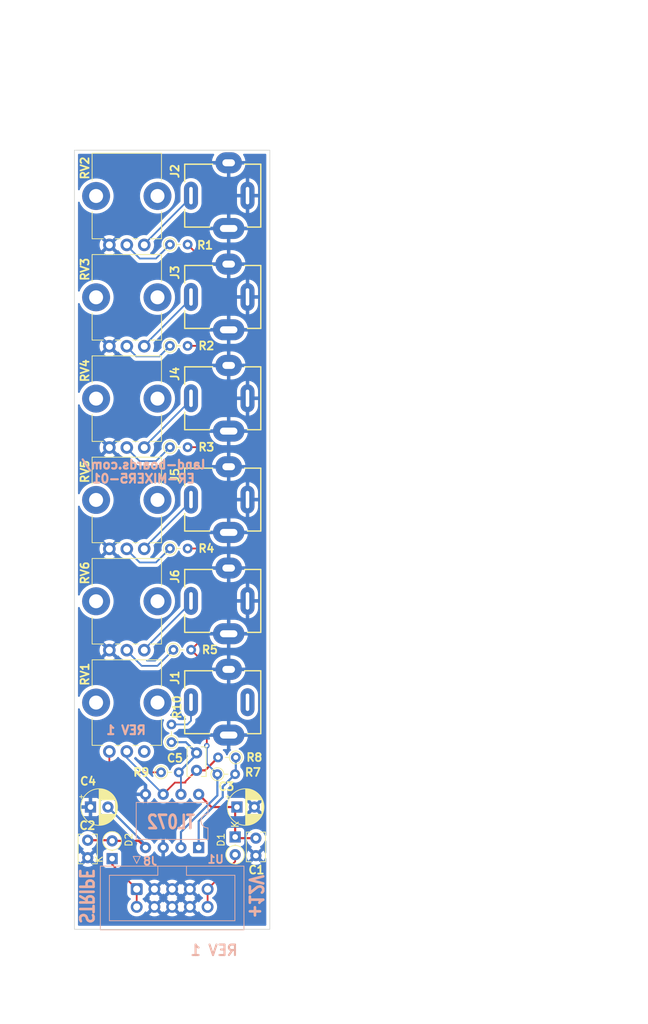
<source format=kicad_pcb>
(kicad_pcb (version 20211014) (generator pcbnew)
  (title_block (title "SYNTH-MIXER6-01") (date "2022-09-30") (rev "1") (company "LAND BOARDS, LLC"))
  (layers (0 "F.Cu" signal) (31 "B.Cu" signal) (34 "B.Paste" user) (35 "F.Paste" user) (36 "B.SilkS" user "B.Silkscreen") (37 "F.SilkS" user "F.Silkscreen") (38 "B.Mask" user) (39 "F.Mask" user) (44 "Edge.Cuts" user))
  (net 0 "")
  (net 1 "GND")
  (net 2 "/POTWIPER_4")
  (net 3 "/POTWIPER_3")
  (net 4 "/POTWIPER_2")
  (net 5 "/POTWIPER_5")
  (net 6 "+12V")
  (net 7 "-12V")
  (net 8 "/OUT")
  (net 9 "Net-(R7-Pad2)")
  (net 10 "/VOL2")
  (net 11 "/VOL1")
  (net 12 "/VSUM")
  (net 14 "/VO")
  (net 15 "/VI_1")
  (net 16 "/VI_2")
  (net 17 "/VI_3")
  (net 18 "/VI_4")
  (net 19 "/VI_5")
  (net 20 "/POTWIPER_1")
  (net 22 "Net-(J8-Pad10)")
  (net 23 "Net-(J8-Pad1)")
  (footprint "Potentiometer_THT:Potentiometer_Bourns_PTV09A-1_Single_Vertical" (layer "F.Cu") (at 11.1 65.55 90)
    (fp_text reference "RV5" (at 11.05 -8.502501 90) (layer "F.SilkS") (effects (font (size 1.143 1.143) (thickness 0.254))))
    (fp_text value "100K(B)")
    (pad "" np_thru_hole circle (at 7 1.9 90) (size 4 4) (drill 2) (layers *.Cu *.Mask))
    (pad "" np_thru_hole circle (at 7 -6.9 90) (size 4 4) (drill 2) (layers *.Cu *.Mask))
    (pad "1" thru_hole circle (at 0 0 90) (size 1.8 1.8) (drill 1) (layers *.Cu *.Mask) (net 18 "/VI_4"))
    (pad "2" thru_hole circle (at 0 -2.5 90) (size 1.8 1.8) (drill 1) (layers *.Cu *.Mask) (net 2 "/POTWIPER_4"))
    (pad "3" thru_hole circle (at 0 -5 90) (size 1.8 1.8) (drill 1) (layers *.Cu *.Mask) (net 1 "GND"))
  )
  (footprint "Resistor_THT:R_Axial_DIN0204_L3.6mm_D1.6mm_P2.54mm_Vertical" (layer "F.Cu") (at 14.78 65.5)
    (fp_text reference "R4" (at 5.22 0) (layer "F.SilkS") (effects (font (size 1.143 1.143) (thickness 0.254))))
    (fp_text value "100K")
    (pad "1" thru_hole circle (at 0 0) (size 1.4 1.4) (drill 0.7) (layers *.Cu *.Mask) (net 2 "/POTWIPER_4"))
    (pad "2" thru_hole oval (at 2.54 0) (size 1.4 1.4) (drill 0.7) (layers *.Cu *.Mask) (net 12 "/VSUM"))
  )
  (footprint "Diode_THT:D_DO-35_SOD27_P2.54mm_Vertical_KathodeUp" (layer "F.Cu") (at 6.5 109.883686 90)
    (fp_text reference "D2" (at 2.695686 2.39 90) (layer "F.SilkS"))
    (fp_text value "BAT41")
    (fp_text user "K" (at -0.098314 -1.882 90) (layer "F.SilkS"))
    (pad "1" thru_hole rect (at 0 0 90) (size 1.6 1.6) (drill 0.8) (layers *.Cu *.Mask) (net 23 "Net-(J8-Pad1)"))
    (pad "2" thru_hole oval (at 2.54 0 90) (size 1.6 1.6) (drill 0.8) (layers *.Cu *.Mask) (net 7 "-12V"))
  )
  (footprint "Potentiometer_THT:Potentiometer_Bourns_PTV09A-1_Single_Vertical" (layer "F.Cu") (at 11.1 94.55 90)
    (fp_text reference "RV1" (at 11.05 -8.5 90) (layer "F.SilkS") (effects (font (size 1.143 1.143) (thickness 0.254))))
    (fp_text value "100K(B)")
    (pad "" np_thru_hole circle (at 7 1.9 90) (size 4 4) (drill 2) (layers *.Cu *.Mask))
    (pad "" np_thru_hole circle (at 7 -6.9 90) (size 4 4) (drill 2) (layers *.Cu *.Mask))
    (pad "1" thru_hole circle (at 0 0 90) (size 1.8 1.8) (drill 1) (layers *.Cu *.Mask))
    (pad "2" thru_hole circle (at 0 -2.5 90) (size 1.8 1.8) (drill 1) (layers *.Cu *.Mask) (net 10 "/VOL2"))
    (pad "3" thru_hole circle (at 0 -5 90) (size 1.8 1.8) (drill 1) (layers *.Cu *.Mask) (net 11 "/VOL1"))
  )
  (footprint "Potentiometer_THT:Potentiometer_Bourns_PTV09A-1_Single_Vertical" (layer "F.Cu") (at 11.1 36.55 90)
    (fp_text reference "RV3" (at 11 -8.5 90) (layer "F.SilkS") (effects (font (size 1.143 1.143) (thickness 0.254))))
    (fp_text value "100K(B)")
    (pad "" np_thru_hole circle (at 7 -6.9 90) (size 4 4) (drill 2) (layers *.Cu *.Mask))
    (pad "" np_thru_hole circle (at 7 1.9 90) (size 4 4) (drill 2) (layers *.Cu *.Mask))
    (pad "1" thru_hole circle (at 0 0 90) (size 1.8 1.8) (drill 1) (layers *.Cu *.Mask) (net 16 "/VI_2"))
    (pad "2" thru_hole circle (at 0 -2.5 90) (size 1.8 1.8) (drill 1) (layers *.Cu *.Mask) (net 4 "/POTWIPER_2"))
    (pad "3" thru_hole circle (at 0 -5 90) (size 1.8 1.8) (drill 1) (layers *.Cu *.Mask) (net 1 "GND"))
  )
  (footprint "Potentiometer_THT:Potentiometer_Bourns_PTV09A-1_Single_Vertical" (layer "F.Cu") (at 11.1 80.05 90)
    (fp_text reference "RV6" (at 11.05 -8.502501 90) (layer "F.SilkS") (effects (font (size 1.143 1.143) (thickness 0.254))))
    (fp_text value "100K(B)")
    (pad "" np_thru_hole circle (at 7 -6.9 90) (size 4 4) (drill 2) (layers *.Cu *.Mask))
    (pad "" np_thru_hole circle (at 7 1.9 90) (size 4 4) (drill 2) (layers *.Cu *.Mask))
    (pad "1" thru_hole circle (at 0 0 90) (size 1.8 1.8) (drill 1) (layers *.Cu *.Mask) (net 19 "/VI_5"))
    (pad "2" thru_hole circle (at 0 -2.5 90) (size 1.8 1.8) (drill 1) (layers *.Cu *.Mask) (net 5 "/POTWIPER_5"))
    (pad "3" thru_hole circle (at 0 -5 90) (size 1.8 1.8) (drill 1) (layers *.Cu *.Mask) (net 1 "GND"))
  )
  (footprint "AudioJacks:Jack_3.5mm_QingPu_WQP-PJ301BM_Vertical" (layer "F.Cu") (at 22.6 58.5 90)
    (fp_text reference "J5" (at 3.5 -7.1 90) (layer "F.SilkS") (effects (font (size 1.143 1.143) (thickness 0.254))))
    (fp_text value "PJ-301BM")
    (pad "S" thru_hole oval locked (at -4.7 0.6 180) (size 4.5 3) (drill oval 2.5 1) (layers *.Cu *.Mask) (net 1 "GND"))
    (pad "S" thru_hole oval locked (at 4.7 0.6 180) (size 3.8 3) (drill oval 1.8 1) (layers *.Cu *.Mask) (net 1 "GND"))
    (pad "T" thru_hole oval locked (at 0 -4.8 90) (size 4 2) (drill oval 2.5 0.5) (layers *.Cu *.Mask) (net 18 "/VI_4"))
    (pad "TN" thru_hole oval locked (at 0 3.3 90) (size 4 2) (drill oval 2.5 0.5) (layers *.Cu *.Mask) (net 1 "GND"))
  )
  (footprint "AudioJacks:Jack_3.5mm_QingPu_WQP-PJ301BM_Vertical" (layer "F.Cu") (at 22.6 73 90)
    (fp_text reference "J6" (at 3.5 -7.1 90) (layer "F.SilkS") (effects (font (size 1.143 1.143) (thickness 0.254))))
    (fp_text value "PJ-301BM")
    (pad "S" thru_hole oval locked (at -4.7 0.6 180) (size 4.5 3) (drill oval 2.5 1) (layers *.Cu *.Mask) (net 1 "GND"))
    (pad "S" thru_hole oval locked (at 4.7 0.6 180) (size 3.8 3) (drill oval 1.8 1) (layers *.Cu *.Mask) (net 1 "GND"))
    (pad "T" thru_hole oval locked (at 0 -4.8 90) (size 4 2) (drill oval 2.5 0.5) (layers *.Cu *.Mask) (net 19 "/VI_5"))
    (pad "TN" thru_hole oval locked (at 0 3.3 90) (size 4 2) (drill oval 2.5 0.5) (layers *.Cu *.Mask) (net 1 "GND"))
  )
  (footprint "Resistor_THT:R_Axial_DIN0204_L3.6mm_D1.6mm_P2.54mm_Vertical" (layer "F.Cu") (at 15 93.22 90)
    (fp_text reference "R10" (at 5.019999 0.799999 90) (layer "F.SilkS") (effects (font (size 1.143 1.143) (thickness 0.254))))
    (fp_text value "1K")
    (pad "1" thru_hole circle (at 0 0 90) (size 1.4 1.4) (drill 0.7) (layers *.Cu *.Mask) (net 14 "/VO"))
    (pad "2" thru_hole oval (at 2.54 0 90) (size 1.4 1.4) (drill 0.7) (layers *.Cu *.Mask) (net 8 "/OUT"))
  )
  (footprint "Capacitor_THT:CP_Radial_D5.0mm_P2.50mm" (layer "F.Cu") (at 24.384 102.5)
    (fp_text reference "C3" (at -1.524 -2.932) (layer "F.SilkS") (effects (font (size 1.143 1.143) (thickness 0.254))))
    (fp_text value "10uF")
    (pad "1" thru_hole rect (at 0 0) (size 1.6 1.6) (drill 0.8) (layers *.Cu *.Mask) (net 6 "+12V"))
    (pad "2" thru_hole circle (at 2.5 0) (size 1.6 1.6) (drill 0.8) (layers *.Cu *.Mask) (net 1 "GND"))
  )
  (footprint "Resistor_THT:R_Axial_DIN0204_L3.6mm_D1.6mm_P2.54mm_Vertical" (layer "F.Cu") (at 21.58 97.8)
    (fp_text reference "R7" (at 5.09 -0.264) (layer "F.SilkS") (effects (font (size 1.143 1.143) (thickness 0.254))))
    (fp_text value "100K")
    (pad "1" thru_hole circle (at 0 0) (size 1.4 1.4) (drill 0.7) (layers *.Cu *.Mask) (net 12 "/VSUM"))
    (pad "2" thru_hole oval (at 2.54 0) (size 1.4 1.4) (drill 0.7) (layers *.Cu *.Mask) (net 9 "Net-(R7-Pad2)"))
  )
  (footprint "Capacitor_THT:C_Rect_L4.0mm_W2.5mm_P2.50mm" (layer "F.Cu") (at 27.1 106.954 -90)
    (fp_text reference "C1" (at 4.552 -0.078) (layer "F.SilkS") (effects (font (size 1.143 1.143) (thickness 0.254))))
    (fp_text value "0.1uF")
    (pad "1" thru_hole circle (at 0 0 270) (size 1.6 1.6) (drill 0.8) (layers *.Cu *.Mask) (net 6 "+12V"))
    (pad "2" thru_hole circle (at 2.5 0 270) (size 1.6 1.6) (drill 0.8) (layers *.Cu *.Mask) (net 1 "GND"))
  )
  (footprint "Resistor_THT:R_Axial_DIN0204_L3.6mm_D1.6mm_P2.54mm_Vertical" (layer "F.Cu") (at 15.28 80)
    (fp_text reference "R5" (at 5.22 0) (layer "F.SilkS") (effects (font (size 1.143 1.143) (thickness 0.254))))
    (fp_text value "100K")
    (pad "1" thru_hole circle (at 0 0) (size 1.4 1.4) (drill 0.7) (layers *.Cu *.Mask) (net 5 "/POTWIPER_5"))
    (pad "2" thru_hole oval (at 2.54 0) (size 1.4 1.4) (drill 0.7) (layers *.Cu *.Mask) (net 12 "/VSUM"))
  )
  (footprint "AudioJacks:Jack_3.5mm_QingPu_WQP-PJ301BM_Vertical" (layer "F.Cu") (at 22.6 15 90)
    (fp_text reference "J2" (at 3.5 -7.1 90) (layer "F.SilkS") (effects (font (size 1.143 1.143) (thickness 0.254))))
    (fp_text value "PJ-301BM")
    (pad "S" thru_hole oval locked (at -4.7 0.6 180) (size 4.5 3) (drill oval 2.5 1) (layers *.Cu *.Mask) (net 1 "GND"))
    (pad "S" thru_hole oval locked (at 4.7 0.6 180) (size 3.8 3) (drill oval 1.8 1) (layers *.Cu *.Mask) (net 1 "GND"))
    (pad "T" thru_hole oval locked (at 0 -4.8 90) (size 4 2) (drill oval 2.5 0.5) (layers *.Cu *.Mask) (net 15 "/VI_1"))
    (pad "TN" thru_hole oval locked (at 0 3.3 90) (size 4 2) (drill oval 2.5 0.5) (layers *.Cu *.Mask) (net 1 "GND"))
  )
  (footprint "AudioJacks:Jack_3.5mm_QingPu_WQP-PJ301BM_Vertical" (layer "F.Cu") (at 22.6 87.5 90)
    (fp_text reference "J1" (at 3.5 -7.1 90) (layer "F.SilkS") (effects (font (size 1.143 1.143) (thickness 0.254))))
    (fp_text value "PJ-301BM")
    (pad "S" thru_hole oval locked (at 4.7 0.6 180) (size 3.8 3) (drill oval 1.8 1) (layers *.Cu *.Mask) (net 1 "GND"))
    (pad "S" thru_hole oval locked (at -4.7 0.6 180) (size 4.5 3) (drill oval 2.5 1) (layers *.Cu *.Mask) (net 1 "GND"))
    (pad "T" thru_hole oval locked (at 0 -4.8 90) (size 4 2) (drill oval 2.5 0.5) (layers *.Cu *.Mask) (net 8 "/OUT"))
    (pad "TN" thru_hole oval locked (at 0 3.3 90) (size 4 2) (drill oval 2.5 0.5) (layers *.Cu *.Mask))
  )
  (footprint "Diode_THT:D_DO-35_SOD27_P2.54mm_Vertical_KathodeUp" (layer "F.Cu") (at 24.13 106.778315 -90)
    (fp_text reference "D1" (at 0.409685 2.032 90) (layer "F.SilkS"))
    (fp_text value "BAT41")
    (fp_text user "K" (at -1.8 0 90) (layer "F.SilkS"))
    (pad "1" thru_hole rect (at 0 0 270) (size 1.6 1.6) (drill 0.8) (layers *.Cu *.Mask) (net 6 "+12V"))
    (pad "2" thru_hole oval (at 2.54 0 270) (size 1.6 1.6) (drill 0.8) (layers *.Cu *.Mask) (net 22 "Net-(J8-Pad10)"))
  )
  (footprint "Capacitor_THT:C_Rect_L4.0mm_W2.5mm_P2.50mm" (layer "F.Cu") (at 3 109.75 90)
    (fp_text reference "C2" (at 4.594 -0.048) (layer "F.SilkS") (effects (font (size 1.143 1.143) (thickness 0.254))))
    (fp_text value "0.1uF")
    (pad "1" thru_hole circle (at 0 0 90) (size 1.6 1.6) (drill 0.8) (layers *.Cu *.Mask) (net 1 "GND"))
    (pad "2" thru_hole circle (at 2.5 0 90) (size 1.6 1.6) (drill 0.8) (layers *.Cu *.Mask) (net 7 "-12V"))
  )
  (footprint "Resistor_THT:R_Axial_DIN0204_L3.6mm_D1.6mm_P2.54mm_Vertical" (layer "F.Cu") (at 24.22 95.4 180)
    (fp_text reference "R8" (at -2.655994 -0.000012) (layer "F.SilkS") (effects (font (size 1.143 1.143) (thickness 0.254))))
    (fp_text value "22K")
    (pad "1" thru_hole circle (at 0 0 180) (size 1.4 1.4) (drill 0.7) (layers *.Cu *.Mask) (net 9 "Net-(R7-Pad2)"))
    (pad "2" thru_hole oval (at 2.54 0 180) (size 1.4 1.4) (drill 0.7) (layers *.Cu *.Mask) (net 10 "/VOL2"))
  )
  (footprint "Resistor_THT:R_Axial_DIN0204_L3.6mm_D1.6mm_P2.54mm_Vertical" (layer "F.Cu") (at 14.78 51)
    (fp_text reference "R3" (at 5.22 0) (layer "F.SilkS") (effects (font (size 1.143 1.143) (thickness 0.254))))
    (fp_text value "100K")
    (pad "1" thru_hole circle (at 0 0) (size 1.4 1.4) (drill 0.7) (layers *.Cu *.Mask) (net 3 "/POTWIPER_3"))
    (pad "2" thru_hole oval (at 2.54 0) (size 1.4 1.4) (drill 0.7) (layers *.Cu *.Mask) (net 12 "/VSUM"))
  )
  (footprint "Resistor_THT:R_Axial_DIN0204_L3.6mm_D1.6mm_P2.54mm_Vertical" (layer "F.Cu") (at 13.512 97.536)
    (fp_text reference "R9" (at -2.844 0) (layer "F.SilkS") (effects (font (size 1.143 1.143) (thickness 0.254))))
    (fp_text value "4.7K")
    (pad "1" thru_hole circle (at 0 0) (size 1.4 1.4) (drill 0.7) (layers *.Cu *.Mask) (net 11 "/VOL1"))
    (pad "2" thru_hole oval (at 2.54 0) (size 1.4 1.4) (drill 0.7) (layers *.Cu *.Mask) (net 14 "/VO"))
  )
  (footprint "AudioJacks:Jack_3.5mm_QingPu_WQP-PJ301BM_Vertical" (layer "F.Cu") (at 22.6 44 90)
    (fp_text reference "J4" (at 3.5 -7.1 90) (layer "F.SilkS") (effects (font (size 1.143 1.143) (thickness 0.254))))
    (fp_text value "PJ-301BM")
    (pad "S" thru_hole oval locked (at -4.7 0.6 180) (size 4.5 3) (drill oval 2.5 1) (layers *.Cu *.Mask) (net 1 "GND"))
    (pad "S" thru_hole oval locked (at 4.7 0.6 180) (size 3.8 3) (drill oval 1.8 1) (layers *.Cu *.Mask) (net 1 "GND"))
    (pad "T" thru_hole oval locked (at 0 -4.8 90) (size 4 2) (drill oval 2.5 0.5) (layers *.Cu *.Mask) (net 17 "/VI_3"))
    (pad "TN" thru_hole oval locked (at 0 3.3 90) (size 4 2) (drill oval 2.5 0.5) (layers *.Cu *.Mask) (net 1 "GND"))
  )
  (footprint "Potentiometer_THT:Potentiometer_Bourns_PTV09A-1_Single_Vertical" (layer "F.Cu") (at 11.1 22.05 90)
    (fp_text reference "RV2" (at 11 -8.502501 90) (layer "F.SilkS") (effects (font (size 1.143 1.143) (thickness 0.254))))
    (fp_text value "100K(B)")
    (pad "" np_thru_hole circle (at 7 1.9 90) (size 4 4) (drill 2) (layers *.Cu *.Mask))
    (pad "" np_thru_hole circle (at 7 -6.9 90) (size 4 4) (drill 2) (layers *.Cu *.Mask))
    (pad "1" thru_hole circle (at 0 0 90) (size 1.8 1.8) (drill 1) (layers *.Cu *.Mask) (net 15 "/VI_1"))
    (pad "2" thru_hole circle (at 0 -2.5 90) (size 1.8 1.8) (drill 1) (layers *.Cu *.Mask) (net 20 "/POTWIPER_1"))
    (pad "3" thru_hole circle (at 0 -5 90) (size 1.8 1.8) (drill 1) (layers *.Cu *.Mask) (net 1 "GND"))
  )
  (footprint "Resistor_THT:R_Axial_DIN0204_L3.6mm_D1.6mm_P2.54mm_Vertical" (layer "F.Cu") (at 14.78 22)
    (fp_text reference "R1" (at 5.032 0.098) (layer "F.SilkS") (effects (font (size 1.143 1.143) (thickness 0.254))))
    (fp_text value "100K")
    (pad "1" thru_hole circle (at 0 0) (size 1.4 1.4) (drill 0.7) (layers *.Cu *.Mask) (net 20 "/POTWIPER_1"))
    (pad "2" thru_hole oval (at 2.54 0) (size 1.4 1.4) (drill 0.7) (layers *.Cu *.Mask) (net 12 "/VSUM"))
  )
  (footprint "Potentiometer_THT:Potentiometer_Bourns_PTV09A-1_Single_Vertical" (layer "F.Cu") (at 11.1 51.05 90)
    (fp_text reference "RV4" (at 11 -8.5 90) (layer "F.SilkS") (effects (font (size 1.143 1.143) (thickness 0.254))))
    (fp_text value "100K(B)")
    (pad "" np_thru_hole circle (at 7 1.9 90) (size 4 4) (drill 2) (layers *.Cu *.Mask))
    (pad "" np_thru_hole circle (at 7 -6.9 90) (size 4 4) (drill 2) (layers *.Cu *.Mask))
    (pad "1" thru_hole circle (at 0 0 90) (size 1.8 1.8) (drill 1) (layers *.Cu *.Mask) (net 17 "/VI_3"))
    (pad "2" thru_hole circle (at 0 -2.5 90) (size 1.8 1.8) (drill 1) (layers *.Cu *.Mask) (net 3 "/POTWIPER_3"))
    (pad "3" thru_hole circle (at 0 -5 90) (size 1.8 1.8) (drill 1) (layers *.Cu *.Mask) (net 1 "GND"))
  )
  (footprint "Resistor_THT:R_Axial_DIN0204_L3.6mm_D1.6mm_P2.54mm_Vertical" (layer "F.Cu") (at 14.78 36.5)
    (fp_text reference "R2" (at 5.22 0) (layer "F.SilkS") (effects (font (size 1.143 1.143) (thickness 0.254))))
    (fp_text value "100K")
    (pad "1" thru_hole circle (at 0 0) (size 1.4 1.4) (drill 0.7) (layers *.Cu *.Mask) (net 4 "/POTWIPER_2"))
    (pad "2" thru_hole oval (at 2.54 0) (size 1.4 1.4) (drill 0.7) (layers *.Cu *.Mask) (net 12 "/VSUM"))
  )
  (footprint "Capacitor_THT:C_Rect_L4.0mm_W2.5mm_P2.50mm" (layer "F.Cu") (at 18.600001 94.750001 -90)
    (fp_text reference "C5" (at 0.753999 3.106001 180) (layer "F.SilkS") (effects (font (size 1.143 1.143) (thickness 0.254))))
    (fp_text value "470pF")
    (pad "1" thru_hole circle (at 0 0 270) (size 1.6 1.6) (drill 0.8) (layers *.Cu *.Mask) (net 14 "/VO"))
    (pad "2" thru_hole circle (at 2.5 0 270) (size 1.6 1.6) (drill 0.8) (layers *.Cu *.Mask) (net 10 "/VOL2"))
  )
  (footprint "Capacitor_THT:CP_Radial_D5.0mm_P2.50mm" (layer "F.Cu") (at 3.394888 102.5)
    (fp_text reference "C4" (at -0.346888 -3.694) (layer "F.SilkS") (effects (font (size 1.143 1.143) (thickness 0.254))))
    (fp_text value "10uF")
    (pad "1" thru_hole rect (at 0 0) (size 1.6 1.6) (drill 0.8) (layers *.Cu *.Mask) (net 1 "GND"))
    (pad "2" thru_hole circle (at 2.5 0) (size 1.6 1.6) (drill 0.8) (layers *.Cu *.Mask) (net 7 "-12V"))
  )
  (footprint "AudioJacks:Jack_3.5mm_QingPu_WQP-PJ301BM_Vertical" (layer "F.Cu") (at 22.6 29.5 90)
    (fp_text reference "J3" (at 3.5 -7.1 90) (layer "F.SilkS") (effects (font (size 1.143 1.143) (thickness 0.254))))
    (fp_text value "PJ-301BM")
    (pad "S" thru_hole oval locked (at 4.7 0.6 180) (size 3.8 3) (drill oval 1.8 1) (layers *.Cu *.Mask) (net 1 "GND"))
    (pad "S" thru_hole oval locked (at -4.7 0.6 180) (size 4.5 3) (drill oval 2.5 1) (layers *.Cu *.Mask) (net 1 "GND"))
    (pad "T" thru_hole oval locked (at 0 -4.8 90) (size 4 2) (drill oval 2.5 0.5) (layers *.Cu *.Mask) (net 16 "/VI_2"))
    (pad "TN" thru_hole oval locked (at 0 3.3 90) (size 4 2) (drill oval 2.5 0.5) (layers *.Cu *.Mask) (net 1 "GND"))
  )
  (footprint "Connector_IDC:IDC-Header_2x05_P2.54mm_Vertical" (layer "B.Cu") (at 10.02 114.2475 -90)
    (fp_text reference "J8" (at -4.0115 -1.918) (layer "B.SilkS") (effects (font (size 1.143 1.143) (thickness 0.254)) (justify mirror)))
    (fp_text value "Conn_02x05")
    (pad "1" thru_hole roundrect (at 0 0 270) (size 1.7 1.7) (drill 1) (layers *.Cu *.Mask) (roundrect_rratio 0.1470588235) (net 23 "Net-(J8-Pad1)"))
    (pad "2" thru_hole circle (at 2.54 0 270) (size 1.7 1.7) (drill 1) (layers *.Cu *.Mask) (net 23 "Net-(J8-Pad1)"))
    (pad "3" thru_hole circle (at 0 -2.54 270) (size 1.7 1.7) (drill 1) (layers *.Cu *.Mask) (net 1 "GND"))
    (pad "4" thru_hole circle (at 2.54 -2.54 270) (size 1.7 1.7) (drill 1) (layers *.Cu *.Mask) (net 1 "GND"))
    (pad "5" thru_hole circle (at 0 -5.08 270) (size 1.7 1.7) (drill 1) (layers *.Cu *.Mask) (net 1 "GND"))
    (pad "6" thru_hole circle (at 2.54 -5.08 270) (size 1.7 1.7) (drill 1) (layers *.Cu *.Mask) (net 1 "GND"))
    (pad "7" thru_hole circle (at 0 -7.62 270) (size 1.7 1.7) (drill 1) (layers *.Cu *.Mask) (net 1 "GND"))
    (pad "8" thru_hole circle (at 2.54 -7.62 270) (size 1.7 1.7) (drill 1) (layers *.Cu *.Mask) (net 1 "GND"))
    (pad "9" thru_hole circle (at 0 -10.16 270) (size 1.7 1.7) (drill 1) (layers *.Cu *.Mask) (net 22 "Net-(J8-Pad10)"))
    (pad "10" thru_hole circle (at 2.54 -10.16 270) (size 1.7 1.7) (drill 1) (layers *.Cu *.Mask) (net 22 "Net-(J8-Pad10)"))
  )
  (footprint "Package_DIP:DIP-8_W7.62mm" (layer "B.Cu") (at 18.9 108.300012 90)
    (fp_text reference "U1" (at -1.681988 2.436) (layer "B.SilkS") (effects (font (size 1.143 1.143) (thickness 0.254)) (justify mirror)))
    (fp_text value "TL072")
    (pad "1" thru_hole rect (at 0 0 90) (size 1.6 1.6) (drill 0.8) (layers *.Cu *.Mask) (net 9 "Net-(R7-Pad2)"))
    (pad "2" thru_hole oval (at 0 -2.54 90) (size 1.6 1.6) (drill 0.8) (layers *.Cu *.Mask) (net 12 "/VSUM"))
    (pad "3" thru_hole oval (at 0 -5.08 90) (size 1.6 1.6) (drill 0.8) (layers *.Cu *.Mask) (net 1 "GND"))
    (pad "4" thru_hole oval (at 0 -7.62 90) (size 1.6 1.6) (drill 0.8) (layers *.Cu *.Mask) (net 7 "-12V"))
    (pad "5" thru_hole oval (at 7.62 -7.62 90) (size 1.6 1.6) (drill 0.8) (layers *.Cu *.Mask) (net 1 "GND"))
    (pad "6" thru_hole oval (at 7.62 -5.08 90) (size 1.6 1.6) (drill 0.8) (layers *.Cu *.Mask) (net 10 "/VOL2"))
    (pad "7" thru_hole oval (at 7.62 -2.54 90) (size 1.6 1.6) (drill 0.8) (layers *.Cu *.Mask) (net 14 "/VO"))
    (pad "8" thru_hole oval (at 7.62 0 90) (size 1.6 1.6) (drill 0.8) (layers *.Cu *.Mask) (net 6 "+12V"))
  )
  (gr_rect (start 1.1 8.5) (end 29.1 120) (layer "Edge.Cuts") (width 0.1) (fill none))
  (gr_text "+12V" (at 27.099997 118.618 270) (layer "B.SilkS") (effects (font (size 1.905 1.524) (thickness 0.381)) (justify left mirror)))
  (gr_text "REV 1" (at 8.5 91.5) (layer "B.SilkS") (effects (font (size 1.25 1.25) (thickness 0.3125)) (justify mirror)))
  (gr_text "STRIPE" (at 2.794 119.38 270) (layer "B.SilkS") (effects (font (size 1.905 1.524) (thickness 0.381)) (justify left mirror)))
  (gr_text "TL072" (at 18.542 104.648) (layer "B.SilkS") (effects (font (size 1.905 1.524) (thickness 0.381)) (justify left mirror)))
  (gr_text "REV 1" (at 21.1 123) (layer "B.SilkS") (effects (font (size 1.5 1.5) (thickness 0.3)) (justify mirror)))
  (gr_text "land-boards.com/\nER-MIXER5-01" (at 11 54.5) (layer "B.SilkS") (effects (font (size 1.25 1.25) (thickness 0.3125)) (justify mirror)))
  (segment (start 8.5 65.55) (end 10.45 67.5) (width 0.25) (layer "B.Cu") (net 2))
  (segment (start 10.45 67.5) (end 12.78 67.5) (width 0.25) (layer "B.Cu") (net 2))
  (segment (start 12.78 67.5) (end 14.78 65.5) (width 0.25) (layer "B.Cu") (net 2))
  (segment (start 12.78 53) (end 14.78 51) (width 0.25) (layer "B.Cu") (net 3))
  (segment (start 8.5 51.05) (end 10.45 53) (width 0.25) (layer "B.Cu") (net 3))
  (segment (start 10.45 53) (end 12.78 53) (width 0.25) (layer "B.Cu") (net 3))
  (segment (start 13.28 38) (end 14.78 36.5) (width 0.25) (layer "B.Cu") (net 4))
  (segment (start 9.95 38) (end 13.28 38) (width 0.25) (layer "B.Cu") (net 4))
  (segment (start 8.5 36.55) (end 9.95 38) (width 0.25) (layer "B.Cu") (net 4))
  (segment (start 12.984 82.296) (end 15.28 80) (width 0.25) (layer "B.Cu") (net 5))
  (segment (start 8.5 80.05) (end 10.746 82.296) (width 0.25) (layer "B.Cu") (net 5))
  (segment (start 10.746 82.296) (end 12.984 82.296) (width 0.25) (layer "B.Cu") (net 5))
  (segment (start 27.1 106.954) (end 24.305685 106.954) (width 0.3048) (layer "F.Cu") (net 6))
  (segment (start 20.719988 102.5) (end 18.9 100.680012) (width 0.3048) (layer "F.Cu") (net 6))
  (segment (start 24.384 102.5) (end 20.719988 102.5) (width 0.3048) (layer "F.Cu") (net 6))
  (segment (start 24.13 106.778315) (end 24.13 102.754) (width 0.3048) (layer "F.Cu") (net 6))
  (segment (start 10.323674 107.343686) (end 11.28 108.300012) (width 0.3048) (layer "F.Cu") (net 7))
  (segment (start 6.5 107.343686) (end 10.323674 107.343686) (width 0.3048) (layer "F.Cu") (net 7))
  (segment (start 3 107.25) (end 6.406314 107.25) (width 0.3048) (layer "F.Cu") (net 7))
  (segment (start 5.894888 102.5) (end 11.28 107.885112) (width 0.3048) (layer "B.Cu") (net 7))
  (segment (start 17.8 87.5) (end 17.8 90.15) (width 0.25) (layer "B.Cu") (net 8))
  (segment (start 17.8 90.15) (end 17.27 90.68) (width 0.25) (layer "B.Cu") (net 8))
  (segment (start 17.27 90.68) (end 15 90.68) (width 0.25) (layer "B.Cu") (net 8))
  (segment (start 24.22 95.4) (end 24.22 97.7) (width 0.3048) (layer "B.Cu") (net 9))
  (segment (start 18.9 108.3) (end 18.9 104.544) (width 0.3048) (layer "B.Cu") (net 9))
  (segment (start 22.352 99.568) (end 24.12 97.8) (width 0.3048) (layer "B.Cu") (net 9))
  (segment (start 22.352 101.092) (end 22.352 99.568) (width 0.3048) (layer "B.Cu") (net 9))
  (segment (start 18.9 104.544) (end 22.352 101.092) (width 0.3048) (layer "B.Cu") (net 9))
  (segment (start 17 99) (end 17 98.85) (width 0.25) (layer "F.Cu") (net 10))
  (segment (start 15.5 99) (end 17 99) (width 0.25) (layer "F.Cu") (net 10))
  (segment (start 17 98.85) (end 18.6 97.25) (width 0.25) (layer "F.Cu") (net 10))
  (segment (start 19.83 97.25) (end 18.6 97.25) (width 0.3048) (layer "F.Cu") (net 10))
  (segment (start 21.68 95.4) (end 19.83 97.25) (width 0.3048) (layer "F.Cu") (net 10))
  (segment (start 13.82 100.68) (end 15.5 99) (width 0.25) (layer "F.Cu") (net 10))
  (segment (start 13.82 100.68) (end 8.5 95.36) (width 0.25) (layer "B.Cu") (net 10))
  (segment (start 8.5 95.36) (end 8.5 94.55) (width 0.25) (layer "B.Cu") (net 10))
  (segment (start 6.1 94.55) (end 6.1 96.016) (width 0.25) (layer "F.Cu") (net 11))
  (segment (start 6.1 96.016) (end 7.62 97.536) (width 0.25) (layer "F.Cu") (net 11))
  (segment (start 7.62 97.536) (end 13.512 97.536) (width 0.25) (layer "F.Cu") (net 11))
  (segment (start 19.812 78.008) (end 17.82 80) (width 0.25) (layer "F.Cu") (net 12))
  (segment (start 19.812 51.054) (end 19.812 65.532) (width 0.25) (layer "F.Cu") (net 12))
  (segment (start 17.32 51) (end 19.758 51) (width 0.25) (layer "F.Cu") (net 12))
  (segment (start 17.82 80) (end 20.066 82.246) (width 0.25) (layer "F.Cu") (net 12))
  (segment (start 17.32 65.5) (end 19.78 65.5) (width 0.25) (layer "F.Cu") (net 12))
  (segment (start 17.32 22) (end 19.812 24.492) (width 0.25) (layer "F.Cu") (net 12))
  (segment (start 20.066 82.246) (end 20.066 93.726) (width 0.25) (layer "F.Cu") (net 12))
  (segment (start 19.812 36.576) (end 19.812 51.054) (width 0.25) (layer "F.Cu") (net 12))
  (segment (start 19.812 65.532) (end 19.812 78.008) (width 0.25) (layer "F.Cu") (net 12))
  (segment (start 17.32 36.5) (end 19.736 36.5) (width 0.25) (layer "F.Cu") (net 12))
  (segment (start 19.78 65.5) (end 19.812 65.532) (width 0.25) (layer "F.Cu") (net 12))
  (segment (start 19.812 24.492) (end 19.812 36.576) (width 0.25) (layer "F.Cu") (net 12))
  (segment (start 19.758 51) (end 19.812 51.054) (width 0.25) (layer "F.Cu") (net 12))
  (segment (start 19.736 36.5) (end 19.812 36.576) (width 0.25) (layer "F.Cu") (net 12))
  (via (at 20.066 93.726) (size 0.8) (drill 0.4) (layers "F.Cu" "B.Cu") (net 12))
  (segment (start 16.36 108.3) (end 16.36 106.068) (width 0.3048) (layer "B.Cu") (net 12))
  (segment (start 21.58 100.848) (end 21.58 97.8) (width 0.3048) (layer "B.Cu") (net 12))
  (segment (start 20.066 93.726) (end 20.066 96.286) (width 0.25) (layer "B.Cu") (net 12))
  (segment (start 20.066 96.286) (end 21.58 97.8) (width 0.25) (layer "B.Cu") (net 12))
  (segment (start 16.36 106.068) (end 21.58 100.848) (width 0.3048) (layer "B.Cu") (net 12))
  (segment (start 15 93.22) (end 17.07 93.22) (width 0.3048) (layer "B.Cu") (net 14))
  (segment (start 16.36 100.68) (end 16.36 98.04) (width 0.25) (layer "B.Cu") (net 14))
  (segment (start 16.052 97.536) (end 18.6 94.988) (width 0.3048) (layer "B.Cu") (net 14))
  (segment (start 16.36 98.04) (end 15.82 97.5) (width 0.25) (layer "B.Cu") (net 14))
  (segment (start 17.07 93.22) (end 18.6 94.75) (width 0.3048) (layer "B.Cu") (net 14))
  (segment (start 11 22.05) (end 17.7 15.35) (width 0.25) (layer "B.Cu") (net 15))
  (segment (start 11 36.55) (end 17.7 29.85) (width 0.25) (layer "B.Cu") (net 16))
  (segment (start 11 51.05) (end 17.7 44.35) (width 0.25) (layer "B.Cu") (net 17))
  (segment (start 11 65.55) (end 17.7 58.85) (width 0.25) (layer "B.Cu") (net 18))
  (segment (start 11 80.05) (end 17.7 73.35) (width 0.25) (layer "B.Cu") (net 19))
  (segment (start 10.45 24) (end 12.78 24) (width 0.25) (layer "B.Cu") (net 20))
  (segment (start 12.78 24) (end 14.78 22) (width 0.25) (layer "B.Cu") (net 20))
  (segment (start 8.5 22.05) (end 10.45 24) (width 0.25) (layer "B.Cu") (net 20))
  (segment (start 24.13 110.2975) (end 24.13 109.318315) (width 0.25) (layer "F.Cu") (net 22))
  (segment (start 20.18 116.7875) (end 20.18 114.2475) (width 0.25) (layer "F.Cu") (net 22))
  (segment (start 20.18 114.2475) (end 24.13 110.2975) (width 0.25) (layer "F.Cu") (net 22))
  (segment (start 10.02 114.2475) (end 6.5 110.7275) (width 0.25) (layer "F.Cu") (net 23))
  (segment (start 6.5 110.7275) (end 6.5 109.883686) (width 0.25) (layer "F.Cu") (net 23))
  (segment (start 10.02 114.2475) (end 10.02 116.7875) (width 0.25) (layer "F.Cu") (net 23))
  (zone (net 1) (net_name "GND") (layer "B.Cu") (connect_pads (clearance 0.508)) (min_thickness 0.254) (fill yes (thermal_gap 0.508) (thermal_bridge_width 0.508))
    (polygon (pts (xy 29 120) (xy 1 120) (xy 1 8.5) (xy 29 8.5)))
  )
)
</source>
